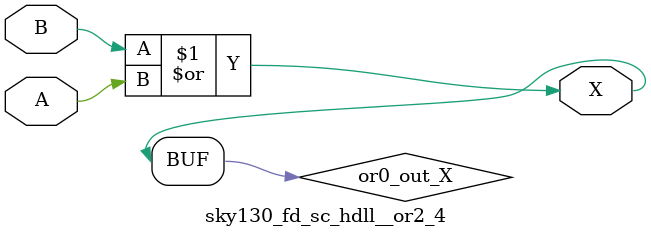
<source format=v>
/*
 * Copyright 2020 The SkyWater PDK Authors
 *
 * Licensed under the Apache License, Version 2.0 (the "License");
 * you may not use this file except in compliance with the License.
 * You may obtain a copy of the License at
 *
 *     https://www.apache.org/licenses/LICENSE-2.0
 *
 * Unless required by applicable law or agreed to in writing, software
 * distributed under the License is distributed on an "AS IS" BASIS,
 * WITHOUT WARRANTIES OR CONDITIONS OF ANY KIND, either express or implied.
 * See the License for the specific language governing permissions and
 * limitations under the License.
 *
 * SPDX-License-Identifier: Apache-2.0
*/


`ifndef SKY130_FD_SC_HDLL__OR2_4_FUNCTIONAL_V
`define SKY130_FD_SC_HDLL__OR2_4_FUNCTIONAL_V

/**
 * or2: 2-input OR.
 *
 * Verilog simulation functional model.
 */

`timescale 1ns / 1ps
`default_nettype none

`celldefine
module sky130_fd_sc_hdll__or2_4 (
    X,
    A,
    B
);

    // Module ports
    output X;
    input  A;
    input  B;

    // Local signals
    wire or0_out_X;

    //  Name  Output     Other arguments
    or  or0  (or0_out_X, B, A           );
    buf buf0 (X        , or0_out_X      );

endmodule
`endcelldefine

`default_nettype wire
`endif  // SKY130_FD_SC_HDLL__OR2_4_FUNCTIONAL_V

</source>
